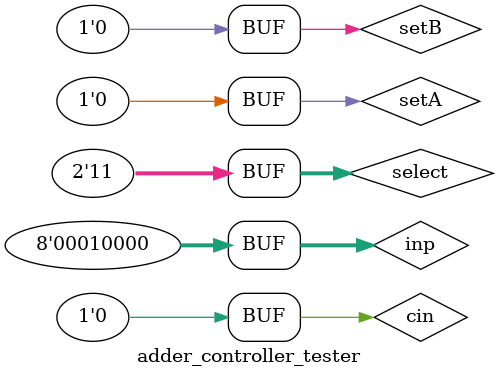
<source format=v>
`timescale 1ns / 1ps


module adder_controller_tester;

	// Inputs
	reg [7:0] inp;
	reg cin;
	reg setA;
	reg setB;
	reg [1:0] select;

	// Outputs
	wire [7:0] out;
	wire cout,setaled,setbled,select0led,select1led;

	// Instantiate the Unit Under Test (UUT)
	adder_controller uut (
		.inp(inp), 
		.cin(cin), 
		.setA(setA), 
		.setB(setB), 
		.select(select), 
		.out(out), 
		.cout(cout),
		.setaled(setaled),
		.setbled(setbled),
		.select0led(select0led),
		.select1led(select1led)
	);

	initial begin
		// Initialize Inputs
		inp = 0;
		cin = 0;
		setA = 0;
		setB = 0;
		select = 0;

		// Wait 100 ns for global reset to finish
		#100;
        
		// Add stimulus here
		#40 inp=8'b00000011;
		#40 setA=1;
		#40 setA=0;
		#40 inp=8'b00000010;
		#40 setA=1;
		#40 setA=0;
		#40 inp=8'b00000111;
		#40 setA=1;
		#40 setA=0;
		#40 inp=8'b11111111;
		#40 setA=1;
		#40 setA=0;
		#40 inp=8'b00000001;
		#40 setB=1;
		#40 setB=0;
		#40 inp=8'b00100011;
		#40 setB=1;
		#40 setB=0;
		#40 inp=8'b11000000;
		#40 setB=1;
		#40 setB=0;
		#40 inp=8'b00010000;
		#40 setB=1;
		#40 setB=0;
		#40 select=2'b01;
		#40 select=2'b10;
		#40 select=2'b11;
		#40;		
		
	end
	
      
endmodule


</source>
